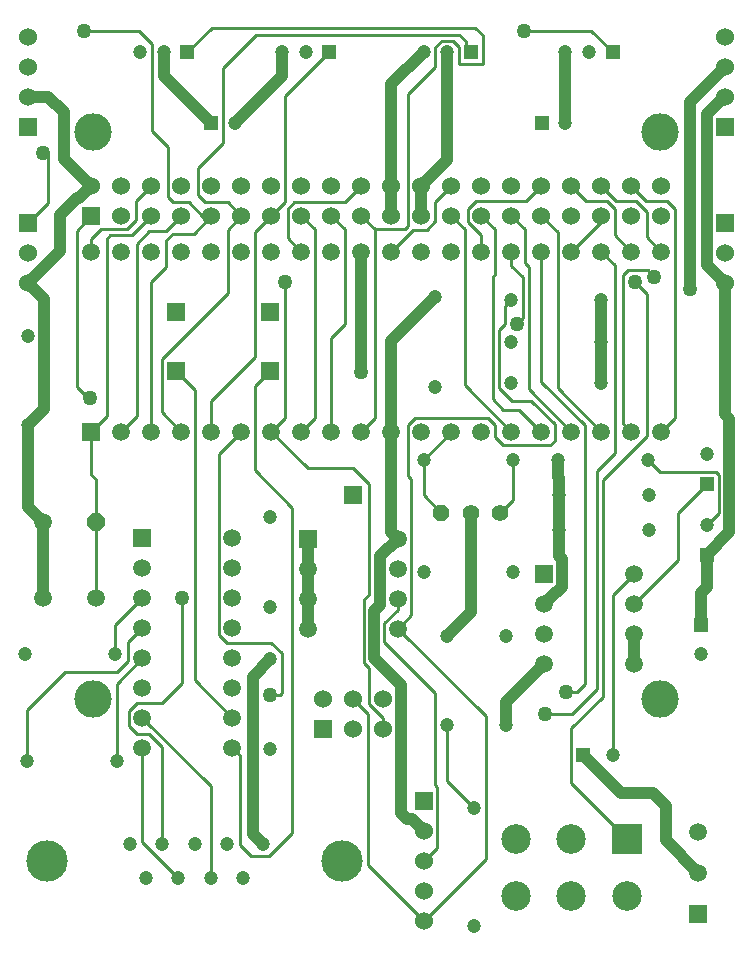
<source format=gtl>
G04 CAMtasticDXP RS274-X Output*
G04 Serial Number: 0000-00-00000*
G04 File Name:C:\UA\SALbot\Gerber files\SALbot_test\sal.gtl *
%FSLAX33Y33*%
%MOMM*%
%SFA1B1*%

%IPPOS*%
%AMD28*
4,1,8,-0.292100,0.701040,-0.701040,0.292100,-0.701040,-0.292100,-0.292100,-0.701040,0.292100,-0.701040,0.701040,-0.292100,0.701040,0.292100,0.292100,0.701040,-0.292100,0.701040,0.0*
%
%AMD29*
4,1,8,-0.749300,-0.309880,-0.309880,-0.749300,0.309880,-0.749300,0.749300,-0.309880,0.749300,0.309880,0.309880,0.749300,-0.309880,0.749300,-0.749300,0.309880,-0.749300,-0.309880,0.0*
%
%ADD10C,0.253999*%
%ADD11C,0.999998*%
%ADD12C,1.523997*%
%ADD13R,1.523997X1.523997*%
%ADD14R,1.523997X1.523997*%
%ADD15C,1.199998*%
%ADD16C,3.174994*%
%ADD17R,1.499997X1.499997*%
%ADD18C,1.499997*%
%ADD19R,1.199998X1.199998*%
%ADD20R,1.499997X1.499997*%
%ADD21C,1.499997*%
%ADD22C,2.499995*%
%ADD23R,2.499995X2.499995*%
%ADD24C,3.499993*%
%ADD25R,1.199998X1.199998*%
%ADD26R,1.499997X1.499997*%
%ADD27C,1.399997*%
G04~CAMADD=28~4~0.0~0.0~551.2~551.2~0.0~161.4~0~0.0~0.0~0.0~0.0~0~0.0~0.0~0.0~0.0~0~0.0~0.0~0.0~45.0~552.0~552.0*
%ADD28D28*%
G04~CAMADD=29~4~0.0~0.0~590.6~590.6~0.0~173.0~0~0.0~0.0~0.0~0.0~0~0.0~0.0~0.0~0.0~0~0.0~0.0~0.0~135.0~590.0~590.0*
%ADD29D29*%
%ADD30C,1.269997*%
G54D10*
X1401Y15001D02*
Y19318D01*
X4633Y22550*
X9078*
X9941Y23413*
Y25021*
X11191Y26271*
Y23731D02*
X9001Y21541D01*
Y15001*
X11191Y16111D02*
Y8121D01*
X14231Y5081*
X16971D02*
Y12871D01*
X11191Y18651*
X10729Y19908D02*
X12837D01*
X14513Y21585*
Y28811*
X17663Y25649D02*
X18323Y24988D01*
X22082*
X22982Y24089*
Y20757*
X22798Y20573*
X22001*
X18811Y18651D02*
X15631Y21830D01*
Y46370*
X14001Y48001*
X17031Y45435D02*
X20762Y49166D01*
Y59782*
X22111Y61131*
X23276Y62296*
Y71276*
X27001Y75001*
X33665Y71445D02*
X36002Y73782D01*
Y75433*
X36551Y75982*
X37459*
X38008Y75433*
Y74010*
X39989*
Y76449*
X39354Y77084*
X17084*
X15001Y75001*
X17993Y73680D02*
X20803Y76490D01*
X38032*
X38581Y75941*
Y75420*
X39001Y75001*
X33665Y71445D02*
Y60242D01*
X33411Y59988*
X30874*
X30871Y44021*
X29731Y42881*
X27191D02*
Y50802D01*
X28331Y51942*
Y59990*
X27191Y61131*
X28335Y62275D02*
X29731Y63671D01*
Y61131D02*
X30874Y59988D01*
X32271Y58121D02*
X34114Y59964D01*
X35265*
X36002Y60701*
Y62322*
X37351Y63671*
Y61131D02*
X38491Y59990D01*
Y46820*
X42431Y42881*
X41022Y42413D02*
Y43429D01*
X40437Y44013*
X34249*
X33665Y43429*
Y39111*
X33944Y38831*
Y27324*
X32811Y26191*
X40243Y18758*
Y6663*
X35001Y1421*
X30277Y6144*
Y18994*
X29001Y20271*
X30388Y19781D02*
X31541Y18629D01*
Y17731*
X30388Y19781D02*
Y22827D01*
X29917Y23297*
Y28613*
X30388Y29084*
Y38425*
X29017Y39796*
X25195*
X22111Y42881*
X23251Y44021*
Y55501*
X23508Y59264D02*
Y61717D01*
X24066Y62275*
X28335*
X24651Y61131D02*
X25791Y59990D01*
Y44021*
X24651Y42881*
X20711Y39593D02*
X23886Y36418D01*
Y8910*
X21905Y6929*
X20381*
X19441Y7869*
Y15480*
X18811Y16111*
X10729Y19908D02*
X10043Y19222D01*
Y17952*
X10729Y17267*
X11745*
X12861Y16151*
Y7921*
X8851Y24001D02*
Y26471D01*
X11191Y28811*
X17663Y25649D02*
Y40973D01*
X19571Y42881*
X17031D02*
Y45435D01*
X20711Y46711D02*
X22001Y48001D01*
X20711Y46711D02*
Y39593D01*
X14491Y42881D02*
X12862Y44509D01*
Y49017*
X18413Y54568*
Y59973*
X19571Y61131*
X18400Y62301*
X16497*
X15885Y62913*
Y65222*
X17993Y67330*
Y73680*
X10909Y76751D02*
X11999Y75661D01*
Y68295*
X13345Y66949*
Y62707*
X13777Y62275*
X15097*
X16242Y61131*
X17031*
X15534Y59634*
X13777*
X13218Y59075*
Y56840*
X11951Y55573*
Y42881*
X10703Y44173D02*
Y58796D01*
X11745Y59837*
X13197*
X14491Y61131*
X11951Y63671D02*
X10678Y62398D01*
Y60781*
X9884Y59988*
X7681*
X6871Y59178*
Y58121*
X8163Y59177D02*
X8466Y59480D01*
X10300*
X11951Y61131*
X8163Y59177D02*
Y44173D01*
X6871Y42881*
Y39237*
X7251Y38857*
Y35251*
Y28751*
X9411Y42881D02*
X10703Y44173D01*
X6751Y45751D02*
X6546D01*
X5623Y46673*
Y59883*
X6871Y61131*
X3159Y62199D02*
Y66480D01*
X3139Y66501*
X2751*
X3159Y62199D02*
X1501Y60541D01*
X10909Y76751D02*
X6251D01*
X23508Y59264D02*
X24651Y58121D01*
X38745Y60627D02*
Y61717D01*
X39431Y62402*
X43702*
X44971Y63671*
Y61131D02*
X46365Y59736D01*
Y46566*
X50051Y42881*
X51191Y41041D02*
Y56980D01*
X50051Y58121*
X51216Y59495D02*
X52591Y58121D01*
X53883Y59368D02*
Y61460D01*
X52941Y62402*
X51319*
X50051Y63671*
X50530Y62402D02*
X51216Y61717D01*
Y59495*
X52308Y56535D02*
X53959D01*
X54544Y55951*
X52918Y55519D02*
X53934Y54503D01*
Y42540*
X50175Y38780*
Y20416*
X47508Y17749*
Y13108*
X52201Y8416*
X51001Y15501D02*
Y29001D01*
X52811Y30811*
Y28271D02*
X56550Y32010D01*
Y36010*
X59001Y38461*
X59751Y39466D02*
X60005Y39212D01*
Y36005*
X59001Y35001*
X59751Y39466D02*
X55035D01*
X54001Y40501*
X55131Y42881D02*
X56296Y44046D01*
Y61717*
X55610Y62402*
X53859*
X52591Y63671*
X50530Y62402D02*
X48779D01*
X47511Y63671*
X50051Y61131D02*
X50286Y60896D01*
X47511Y58121*
X51902Y56129D02*
X52308Y56535D01*
X51902Y56129D02*
Y43569D01*
X52591Y42881*
X51191Y41041D02*
X49667Y39517D01*
Y21077*
X47584Y18994*
X45251*
X47077Y20827D02*
X47944D01*
X48651Y21534*
Y43429*
X44971Y47109*
Y58121*
X43571Y57138D02*
Y59990D01*
X42431Y61131*
X39891D02*
X41031Y59990D01*
Y56176*
X40855Y56001*
Y45635*
X41753Y44737*
X43115*
X44971Y42881*
X45730Y41727D02*
X46111Y42108D01*
Y43479*
X44089Y45501*
X42513*
X41420Y46594*
Y51480*
X41893Y51953*
Y53493*
X42401Y54001*
X43393Y52471D02*
Y55925D01*
X42431Y56888*
Y58121*
X39891D02*
Y59481D01*
X38745Y60627*
X43571Y57138D02*
X43926Y56782D01*
Y46465*
X47511Y42881*
X45730Y41727D02*
X41707D01*
X41022Y42413*
X42601Y40501D02*
Y37101D01*
X41501Y36001*
X36501D02*
X35001Y37501D01*
Y40501*
X37351Y42851*
Y42881*
X42910Y51988D02*
X43393Y52471D01*
X53883Y59368D02*
X55131Y58121D01*
X51001Y75001D02*
X49172Y76830D01*
X43501*
X32811Y28731D02*
Y27796D01*
X31680Y26665*
Y25064*
X36002Y20742*
Y12974*
X36154Y12822*
Y7654*
X35001Y6501*
X39251Y11001D02*
X37001Y13251D01*
Y18001*
G54D11*
X2751Y28751D02*
Y35251D01*
X1501Y36501*
Y43401*
X2855Y44755*
Y54107*
X1501Y55461*
X4201Y58161*
Y61209*
X5649Y62656*
X5856*
X6871Y63671*
X4548Y65993*
Y69913*
X3231Y71231*
X1501*
X13001Y73001D02*
Y75001D01*
Y73001D02*
X17001Y69001D01*
X19001D02*
X23001Y73001D01*
Y75001*
X32271Y63671D02*
Y72271D01*
X35001Y75001*
X37001D02*
Y65861D01*
X34811Y63671*
Y61131*
X32271Y63671D02*
Y61131D01*
X29731Y58121D02*
Y47961D01*
X32271Y50521D02*
X36001Y54251D01*
X32271Y50521D02*
Y42881D01*
Y34351*
X32811Y33811*
X31303Y32303*
Y28203*
X30799Y27699*
Y23740*
X33081Y21458*
Y10565*
X33589Y10057*
X33985*
X35001Y9041*
X42001Y18001D02*
Y20001D01*
X45191Y23191*
X48501Y15501D02*
X51738Y12263D01*
X54417*
X55483Y11196*
Y8268*
X58251Y5501*
X52811Y23191D02*
Y25731D01*
X58501Y26501D02*
Y29230D01*
X59001Y29730*
Y32461*
X60894Y34354*
Y43962*
X60501Y44355*
Y55461*
X58963Y56998*
Y69738*
X60456Y71231*
X60501*
Y73771D02*
X57541Y70811D01*
Y54944*
X50001Y54001D02*
Y50501D01*
Y47001*
X46401Y40501D02*
Y39033D01*
X46501Y38933*
Y37501*
Y34501*
Y32303*
X46695Y32109*
Y29713*
X46289Y29306*
X46226*
X45191Y28271*
X39001Y36001D02*
Y27601D01*
X37001Y25601*
X25191Y33811D02*
Y31271D01*
Y28731*
Y26191*
X22001Y23601D02*
X20533Y22133D01*
Y8768*
X21381Y7921*
X47001Y69001D02*
Y75001D01*
G54D12*
X26461Y20271D03*
X29001D03*
Y17731D03*
X31541D03*
Y20271D03*
X35001Y9041D03*
Y6501D03*
Y3961D03*
Y1421D03*
X60501Y55461D03*
Y58001D03*
X55131Y63671D03*
X52591D03*
Y61131D03*
X55131D03*
X50051Y63671D03*
Y61131D03*
X47511Y63671D03*
Y61131D03*
X44971Y63671D03*
Y61131D03*
X42431Y63671D03*
X39891D03*
Y61131D03*
X42431D03*
X37351Y63671D03*
Y61131D03*
X34811Y63671D03*
Y61131D03*
X32271Y63671D03*
Y61131D03*
X29731Y63671D03*
X27191D03*
Y61131D03*
X29731D03*
X24651Y63671D03*
Y61131D03*
X22111Y63671D03*
Y61131D03*
X19571Y63671D03*
X17031D03*
Y61131D03*
X19571D03*
X14491Y63671D03*
Y61131D03*
X11951Y63671D03*
Y61131D03*
X9411Y63671D03*
Y61131D03*
X6871Y63671D03*
X1501Y58001D03*
Y55461D03*
Y71231D03*
Y73771D03*
Y76311D03*
X60501Y71231D03*
Y73771D03*
Y76311D03*
G54D13*
X35001Y11581D03*
X60501Y60541D03*
Y68691D03*
X1501D03*
Y60541D03*
G54D14*
X26461Y17731D03*
X6871Y61131D03*
G54D15*
X1401Y15001D03*
X9001D03*
X8851Y24001D03*
X1251D03*
X10121Y7921D03*
X12861D03*
X11491Y5081D03*
X14231D03*
X16971D03*
X15601Y7921D03*
X18341D03*
X19711Y5081D03*
X21381Y7921D03*
X22001Y16001D03*
Y23601D03*
Y28001D03*
Y35601D03*
X35001Y31001D03*
X37001Y25601D03*
X42001D03*
X37001Y18001D03*
X42001D03*
X39251Y11001D03*
Y1001D03*
X51001Y15501D03*
X58501Y24001D03*
X59001Y35001D03*
Y41001D03*
X54001Y40501D03*
X54101Y37501D03*
Y34501D03*
X46401Y40501D03*
X46501Y37501D03*
Y34501D03*
X42601Y40501D03*
X42401Y47001D03*
Y50501D03*
Y54001D03*
X36001Y54251D03*
Y46651D03*
X35001Y40501D03*
X42601Y31001D03*
X50001Y47001D03*
Y50501D03*
Y54001D03*
X47001Y69001D03*
Y75001D03*
X49001D03*
X37001D03*
X35001D03*
X25001D03*
X23001D03*
X19001Y69001D03*
X13001Y75001D03*
X11001D03*
X1501Y51001D03*
Y43401D03*
G54D16*
X7001Y20201D03*
X55001D03*
Y68201D03*
X7001D03*
G54D17*
X6871Y42881D03*
X58251Y2001D03*
G54D18*
X7251Y28751D03*
X2751D03*
Y35251D03*
X9411Y42881D03*
X11951D03*
X14491D03*
X17031D03*
X19571D03*
X22111D03*
X24651D03*
X27191D03*
X29731D03*
X32271D03*
X34811D03*
X37351D03*
X39891D03*
X42431D03*
X44971D03*
X47511D03*
X50051D03*
X52591D03*
X55131D03*
Y58121D03*
X52591D03*
X50051D03*
X47511D03*
X44971D03*
X42431D03*
X39891D03*
X37351D03*
X34811D03*
X32271D03*
X29731D03*
X27191D03*
X24651D03*
X22111D03*
X19571D03*
X17031D03*
X14491D03*
X11951D03*
X9411D03*
X6871D03*
X25191Y31271D03*
Y28731D03*
Y26191D03*
X32811D03*
Y28731D03*
Y31271D03*
Y33811D03*
X58251Y9001D03*
Y5501D03*
G54D19*
X58501Y26501D03*
X59001Y32461D03*
Y38461D03*
G54D20*
X11191Y33891D03*
X45191Y30811D03*
G54D21*
X11191Y16111D03*
Y18651D03*
Y21191D03*
Y23731D03*
Y26271D03*
Y28811D03*
Y31351D03*
X18811Y26271D03*
Y23731D03*
Y21191D03*
Y18651D03*
Y16111D03*
Y28811D03*
Y31351D03*
Y33891D03*
X45191Y23191D03*
Y25731D03*
Y28271D03*
X52811Y23191D03*
Y25731D03*
Y28271D03*
Y30811D03*
G54D22*
X42801Y3586D03*
X47501D03*
X52201D03*
X47501Y8416D03*
X42801D03*
G54D23*
X52201Y8416D03*
G54D24*
X3101Y6501D03*
X28101D03*
G54D25*
X48501Y15501D03*
X45001Y69001D03*
X51001Y75001D03*
X39001D03*
X27001D03*
X15001D03*
X17001Y69001D03*
G54D26*
X25191Y33811D03*
X29001Y37501D03*
X22001Y48001D03*
Y53001D03*
X14001D03*
Y48001D03*
G54D27*
X39001Y36001D03*
X41501D03*
G54D28*
X36501Y36001D03*
G54D29*
X7251Y35251D03*
G54D30*
X14513Y28811D03*
X22001Y20573D03*
X45251Y18994D03*
X47077Y20827D03*
X29731Y47961D03*
X23251Y55501D03*
X6751Y45751D03*
X2751Y66501D03*
X6251Y76751D03*
X42910Y51988D03*
X52918Y55519D03*
X54544Y55951D03*
X57541Y54944D03*
X43501Y76830D03*
M02*
</source>
